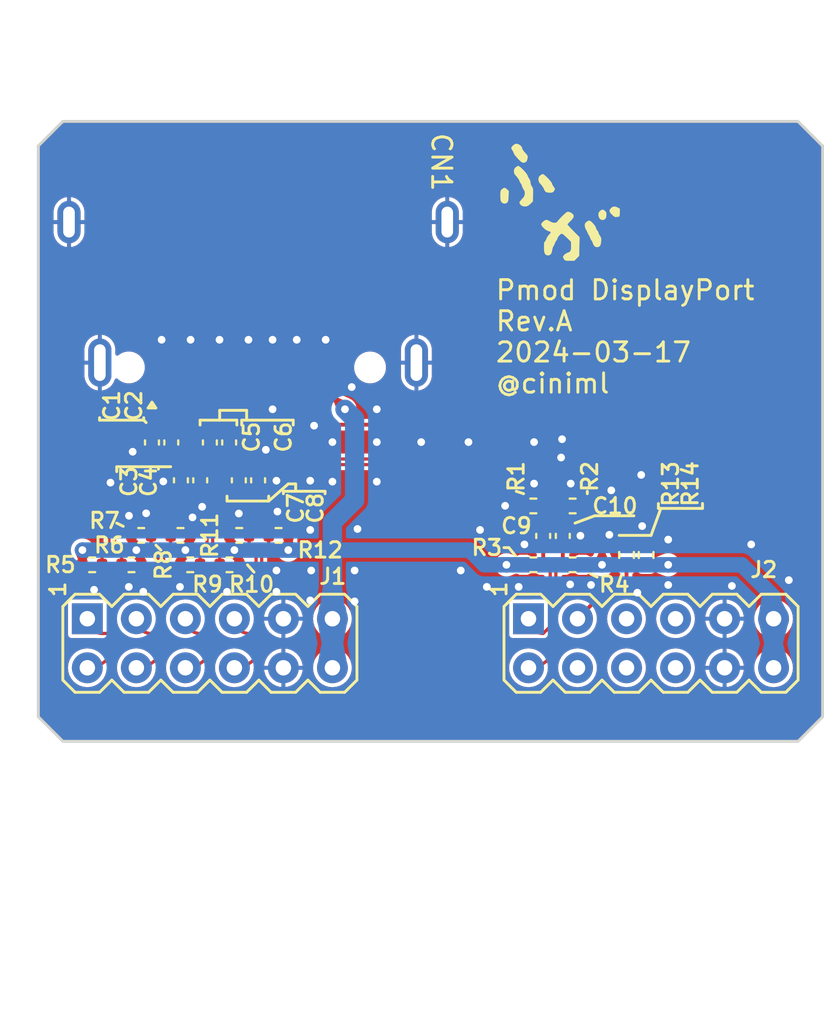
<source format=kicad_pcb>
(kicad_pcb (version 20240108) (generator "pcbnew") (generator_version "8.0")
  (layers (0 "F.Cu" signal) (31 "B.Cu" signal) (34 "B.Paste" user) (35 "F.Paste" user) (36 "B.SilkS" user "B.Silkscreen") (37 "F.SilkS" user "F.Silkscreen") (38 "B.Mask" user) (39 "F.Mask" user) (44 "Edge.Cuts" user))
  (net 0 "")
  (net 1 "GND")
  (net 2 "+3V3")
  (net 3 "/ML0_P")
  (net 4 "/PMOD_P3")
  (net 5 "/PMOD_P4")
  (net 6 "/ML0_N")
  (net 7 "/PMOD_P8")
  (net 8 "/PMOD_P9")
  (net 9 "/PMOD_P10")
  (net 10 "/ML1_P")
  (net 11 "/ML1_N")
  (net 12 "/ML2_P")
  (net 13 "/ML2_N")
  (net 14 "/ML3_P")
  (net 15 "/ML3_N")
  (net 16 "/AUX_P")
  (net 17 "/AUX_N")
  (net 18 "/HPD")
  (net 19 "/PMOD_P2_HOT_PLUG")
  (net 20 "/PMOD_L0_P")
  (net 21 "/PMOD_L0_N")
  (net 22 "/PMOD_L1_P")
  (net 23 "/PMOD_L1_N")
  (net 24 "/PMOD_L2_P")
  (net 25 "/PMOD_L2_N")
  (net 26 "/PMOD_L3_P")
  (net 27 "/PMOD_L3_N")
  (net 28 "/PMOD_AUX_CH_P")
  (net 29 "/PMOD_AUX_CH_N")
  (footprint "local:logo" (layer "F.Cu") (at 29.591 13.06)
    (property "Reference" "LOGO1" (hide yes))
    (property "Value" "Logo_Open_Hardware_Small" (hide yes))
  )
  (footprint "local:Conn_Pmod_Spec_B_Thin" (layer "F.Cu") (at 5.08 34.65 90)
    (property "Reference" "J1")
    (property "Value" "Conn_02x06_Top_Bottom")
  )
  (footprint "Capacitor_SMD:C_0402_1005Metric" (layer "F.Cu") (at 29.718 30.36 90)
    (property "Reference" "C10")
    (property "Value" "100n")
  )
  (footprint "Resistor_SMD:R_0402_1005Metric" (layer "F.Cu") (at 33.02 31.346 -90)
    (property "Reference" "R14")
    (property "Value" "10k")
  )
  (footprint "Capacitor_SMD:C_0402_1005Metric" (layer "F.Cu") (at 10.93 27.48 90)
    (property "Reference" "C4")
    (property "Value" "100n")
  )
  (footprint "Resistor_SMD:R_0402_1005Metric" (layer "F.Cu") (at 12.448 31.856 180)
    (property "Reference" "R10")
    (property "Value" "50")
  )
  (footprint "Capacitor_SMD:C_0402_1005Metric" (layer "F.Cu") (at 13.93 27.48 90)
    (property "Reference" "C8")
    (property "Value" "100n")
  )
  (footprint "Resistor_SMD:R_0402_1005Metric" (layer "F.Cu") (at 28.194 31.854)
    (property "Reference" "R3")
    (property "Value" "50")
  )
  (footprint "Resistor_SMD:R_0402_1005Metric" (layer "F.Cu") (at 12.952 30.332)
    (property "Reference" "R11")
    (property "Value" "50")
  )
  (footprint "local:Conn_Pmod_Spec_B_Thin" (layer "F.Cu") (at 27.94 34.65 90)
    (property "Reference" "J2")
    (property "Value" "Conn_02x06_Top_Bottom")
  )
  (footprint "Capacitor_SMD:C_0402_1005Metric" (layer "F.Cu") (at 9.43 25.52 90)
    (property "Reference" "C2")
    (property "Value" "100n")
  )
  (footprint "Resistor_SMD:R_0402_1005Metric" (layer "F.Cu") (at 30.228 31.856 180)
    (property "Reference" "R4")
    (property "Value" "50")
  )
  (footprint "Resistor_SMD:R_0402_1005Metric" (layer "F.Cu") (at 5.332 31.856)
    (property "Reference" "R5")
    (property "Value" "50")
  )
  (footprint "Resistor_SMD:R_0402_1005Metric" (layer "F.Cu") (at 9.908 30.332 180)
    (property "Reference" "R8")
    (property "Value" "50")
  )
  (footprint "Capacitor_SMD:C_0402_1005Metric" (layer "F.Cu") (at 12.43 25.52 90)
    (property "Reference" "C6")
    (property "Value" "100n")
  )
  (footprint "Capacitor_SMD:C_0402_1005Metric" (layer "F.Cu") (at 28.702 30.36 90)
    (property "Reference" "C9")
    (property "Value" "100n")
  )
  (footprint "Resistor_SMD:R_0402_1005Metric" (layer "F.Cu") (at 10.412 31.856)
    (property "Reference" "R9")
    (property "Value" "50")
  )
  (footprint "local:DisplayPort_DP-GD-120PWB" (layer "F.Cu") (at 13.93 21.633333 180)
    (property "Reference" "CN1")
    (property "Value" "~")
  )
  (footprint "Capacitor_SMD:C_0402_1005Metric" (layer "F.Cu") (at 11.43 25.52 90)
    (property "Reference" "C5")
    (property "Value" "100n")
  )
  (footprint "Capacitor_SMD:C_0402_1005Metric" (layer "F.Cu") (at 9.93 27.48 90)
    (property "Reference" "C3")
    (property "Value" "100n")
  )
  (footprint "Capacitor_SMD:C_0402_1005Metric" (layer "F.Cu") (at 8.43 25.52 90)
    (property "Reference" "C1")
    (property "Value" "100n")
  )
  (footprint "Resistor_SMD:R_0402_1005Metric" (layer "F.Cu") (at 34.036 31.348 90)
    (property "Reference" "R13")
    (property "Value" "100k")
  )
  (footprint "Resistor_SMD:R_0402_1005Metric" (layer "F.Cu") (at 14.988 30.332 180)
    (property "Reference" "R12")
    (property "Value" "50")
  )
  (footprint "Resistor_SMD:R_0402_1005Metric" (layer "F.Cu") (at 28.192 28.808)
    (property "Reference" "R1")
    (property "Value" "100k")
  )
  (footprint "Resistor_SMD:R_0402_1005Metric" (layer "F.Cu") (at 7.872 30.332)
    (property "Reference" "R7")
    (property "Value" "50")
  )
  (footprint "Capacitor_SMD:C_0402_1005Metric" (layer "F.Cu") (at 12.93 27.48 90)
    (property "Reference" "C7")
    (property "Value" "100n")
  )
  (footprint "Resistor_SMD:R_0402_1005Metric" (layer "F.Cu") (at 30.228 28.808 180)
    (property "Reference" "R2")
    (property "Value" "100k")
  )
  (footprint "Resistor_SMD:R_0402_1005Metric" (layer "F.Cu") (at 7.368 31.856 180)
    (property "Reference" "R6")
    (property "Value" "50")
  )
  (gr_line (start 6.604 26.776) (end 8.763 26.776) (stroke (width 0.15)) (layer "F.SilkS"))
  (gr_line (start 13.378 31.856) (end 13.716 32.237) (stroke (width 0.15)) (layer "F.SilkS"))
  (gr_line (start 11.938 23.855) (end 11.938 24.363) (stroke (width 0.15)) (layer "F.SilkS"))
  (gr_line (start 26.924 30.967) (end 27.264 31.384) (stroke (width 0.15)) (layer "F.SilkS"))
  (gr_line (start 15.748 24.617) (end 15.748 24.363) (stroke (width 0.15)) (layer "F.SilkS"))
  (gr_line (start 8.763 26.776) (end 8.763 26.903) (stroke (width 0.15)) (layer "F.SilkS"))
  (gr_line (start 31.369 29.316) (end 33.401 29.316) (stroke (width 0.15)) (layer "F.SilkS"))
  (gr_line (start 12.827 24.363) (end 12.827 24.617) (stroke (width 0.15)) (layer "F.SilkS"))
  (gr_line (start 14.478 28.554) (end 14.478 28.3) (stroke (width 0.15)) (layer "F.SilkS"))
  (gr_line (start 5.715 24.363) (end 8.001 24.363) (stroke (width 0.15)) (layer "F.SilkS"))
  (gr_line (start 34.671 28.935) (end 34.671 28.681) (stroke (width 0.15)) (layer "F.SilkS"))
  (gr_line (start 11.938 24.363) (end 10.922 24.363) (stroke (width 0.15)) (layer "F.SilkS"))
  (gr_line (start 36.83 28.935) (end 36.957 28.935) (stroke (width 0.15)) (layer "F.SilkS"))
  (gr_line (start 13.335 23.855) (end 11.938 23.855) (stroke (width 0.15)) (layer "F.SilkS"))
  (gr_line (start 13.335 24.363) (end 13.335 23.855) (stroke (width 0.15)) (layer "F.SilkS"))
  (gr_line (start 34.798 28.935) (end 36.83 28.935) (stroke (width 0.15)) (layer "F.SilkS"))
  (gr_line (start 34.29 30.332) (end 34.798 28.935) (stroke (width 0.15)) (layer "F.SilkS"))
  (gr_line (start 12.319 28.554) (end 12.319 28.3) (stroke (width 0.15)) (layer "F.SilkS"))
  (gr_line (start 6.604 29.697) (end 6.942 29.862) (stroke (width 0.15)) (layer "F.SilkS"))
  (gr_line (start 15.24 28.046) (end 17.399 28.046) (stroke (width 0.15)) (layer "F.SilkS"))
  (gr_line (start 27.305 28.046) (end 27.686 28.173) (stroke (width 0.15)) (layer "F.SilkS"))
  (gr_line (start 31.496 32.491) (end 31.158 32.326) (stroke (width 0.15)) (layer "F.SilkS"))
  (gr_line (start 8.001 24.363) (end 8.001 24.236) (stroke (width 0.15)) (layer "F.SilkS"))
  (gr_line (start 5.715 24.236) (end 5.715 24.363) (stroke (width 0.15)) (layer "F.SilkS"))
  (gr_line (start 11.938 24.363) (end 12.827 24.363) (stroke (width 0.15)) (layer "F.SilkS"))
  (gr_line (start 15.875 28.046) (end 15.875 27.665) (stroke (width 0.15)) (layer "F.SilkS"))
  (gr_line (start 15.494 27.665) (end 14.478 28.554) (stroke (width 0.15)) (layer "F.SilkS"))
  (gr_line (start 26.67 30.967) (end 26.924 30.967) (stroke (width 0.15)) (layer "F.SilkS"))
  (gr_line (start 30.353 29.697) (end 31.369 29.316) (stroke (width 0.15)) (layer "F.SilkS"))
  (gr_line (start 34.798 28.935) (end 34.671 28.935) (stroke (width 0.15)) (layer "F.SilkS"))
  (gr_line (start 30.988 28.173) (end 30.988 28.046) (stroke (width 0.15)) (layer "F.SilkS"))
  (gr_line (start 36.957 28.935) (end 36.957 28.681) (stroke (width 0.15)) (layer "F.SilkS"))
  (gr_line (start 17.399 28.046) (end 17.399 28.173) (stroke (width 0.15)) (layer "F.SilkS"))
  (gr_line (start 15.875 27.665) (end 15.494 27.665) (stroke (width 0.15)) (layer "F.SilkS"))
  (gr_line (start 8.763 26.776) (end 9.398 26.776) (stroke (width 0.15)) (layer "F.SilkS"))
  (gr_line (start 15.24 28.173) (end 15.24 28.046) (stroke (width 0.15)) (layer "F.SilkS"))
  (gr_line (start 13.081 24.363) (end 13.081 24.617) (stroke (width 0.15)) (layer "F.SilkS"))
  (gr_line (start 10.922 24.363) (end 10.922 24.617) (stroke (width 0.15)) (layer "F.SilkS"))
  (gr_line (start 8.89 31.094) (end 8.636 30.84) (stroke (width 0.15)) (layer "F.SilkS"))
  (gr_line (start 6.604 27.03) (end 6.604 26.776) (stroke (width 0.15)) (layer "F.SilkS"))
  (gr_line (start 14.478 28.554) (end 12.319 28.554) (stroke (width 0.15)) (layer "F.SilkS"))
  (gr_line (start 32.639 30.332) (end 34.29 30.332) (stroke (width 0.15)) (layer "F.SilkS"))
  (gr_line (start 8.001 24.363) (end 8.128 24.49) (stroke (width 0.15)) (layer "F.SilkS"))
  (gr_line (start 15.748 24.363) (end 13.081 24.363) (stroke (width 0.15)) (layer "F.SilkS"))
  (gr_line (start 43.18 39.73) (end 41.91 41) (stroke (width 0.15)) (layer "Edge.Cuts"))
  (gr_line (start 2.54 39.73) (end 2.54 10.16) (stroke (width 0.15)) (layer "Edge.Cuts"))
  (gr_line (start 43.18 10.16) (end 43.18 39.73) (stroke (width 0.15)) (layer "Edge.Cuts"))
  (gr_line (start 3.81 41) (end 41.91 41) (stroke (width 0.15)) (layer "Edge.Cuts"))
  (gr_line (start 3.81 41) (end 2.54 39.73) (stroke (width 0.15)) (layer "Edge.Cuts"))
  (gr_line (start 41.91 8.89) (end 43.18 10.16) (stroke (width 0.15)) (layer "Edge.Cuts"))
  (gr_line (start 2.54 10.16) (end 3.81 8.89) (stroke (width 0.15)) (layer "Edge.Cuts"))
  (gr_line (start 3.81 8.89) (end 41.91 8.89) (stroke (width 0.15)) (layer "Edge.Cuts"))
  (gr_text "Pmod DisplayPort\nRev.A\n2024-03-17\n@ciniml" (at 26.162 20.045 0) (layer "F.SilkS") (effects (font (size 1 1)) (justify left)))
  (segment (start 17.43 22) (end 17.43 20.2) (width 0.3) (layer "F.Cu") (net 1))
  (segment (start 14.93 22) (end 14.93 20.45) (width 0.3) (layer "F.Cu") (net 1))
  (segment (start 13.43 22) (end 13.43 20.2) (width 0.3) (layer "F.Cu") (net 1))
  (segment (start 14.43 22) (end 14.43 23.55) (width 0.3) (layer "F.Cu") (net 1))
  (segment (start 14.43 22) (end 14.43 20.45) (width 0.3) (layer "F.Cu") (net 1))
  (segment (start 15.93 22) (end 15.93 20.2) (width 0.3) (layer "F.Cu") (net 1))
  (segment (start 11.93 22) (end 11.93 20.2) (width 0.3) (layer "F.Cu") (net 1))
  (segment (start 14.93 20.45) (end 14.68 20.2) (width 0.3) (layer "F.Cu") (net 1))
  (segment (start 10.43 22) (end 10.43 20.2) (width 0.3) (layer "F.Cu") (net 1))
  (segment (start 8.93 22) (end 8.93 20.2) (width 0.3) (layer "F.Cu") (net 1))
  (segment (start 14.93 23.55) (end 14.68 23.8) (width 0.3) (layer "F.Cu") (net 1))
  (segment (start 14.43 20.45) (end 14.68 20.2) (width 0.3) (layer "F.Cu") (net 1))
  (segment (start 14.93 22) (end 14.93 23.55) (width 0.3) (layer "F.Cu") (net 1))
  (segment (start 14.43 23.55) (end 14.68 23.8) (width 0.3) (layer "F.Cu") (net 1))
  (via (at 33.83 29.85) (size 0.8) (drill 0.4) (layers "F.Cu" "B.Cu") (net 1))
  (via (at 29.68 25.35) (size 0.8) (drill 0.4) (layers "F.Cu" "B.Cu") (net 1))
  (via (at 20.08 27.55) (size 0.8) (drill 0.4) (layers "F.Cu" "B.Cu") (net 1))
  (via (at 25.781 32.999) (size 0.8) (drill 0.4) (layers "F.Cu" "B.Cu") (net 1))
  (via (at 12.319 33.253) (size 0.8) (drill 0.4) (layers "F.Cu" "B.Cu") (net 1))
  (via (at 32.13 30.3) (size 0.8) (drill 0.4) (layers "F.Cu" "B.Cu") (net 1))
  (via (at 17.43 20.2) (size 0.8) (drill 0.4) (layers "F.Cu" "B.Cu") (net 1))
  (via (at 28.23 25.5) (size 0.8) (drill 0.4) (layers "F.Cu" "B.Cu") (net 1))
  (via (at 35.18 32.9) (size 0.8) (drill 0.4) (layers "F.Cu" "B.Cu") (net 1))
  (via (at 29.63 26.3) (size 0.8) (drill 0.4) (layers "F.Cu" "B.Cu") (net 1))
  (via (at 18.78 22.65) (size 0.8) (drill 0.4) (layers "F.Cu" "B.Cu") (net 1))
  (via (at 11.93 20.2) (size 0.8) (drill 0.4) (layers "F.Cu" "B.Cu") (net 1))
  (via (at 14.68 23.8) (size 0.8) (drill 0.4) (layers "F.Cu" "B.Cu") (net 1))
  (via (at 11.03 28.85) (size 0.8) (drill 0.4) (layers "F.Cu" "B.Cu") (net 1))
  (via (at 16.83 24.65) (size 0.8) (drill 0.4) (layers "F.Cu" "B.Cu") (net 1))
  (via (at 24.83 25.5) (size 0.8) (drill 0.4) (layers "F.Cu" "B.Cu") (net 1))
  (via (at 16.68 32.15) (size 0.8) (drill 0.4) (layers "F.Cu" "B.Cu") (net 1))
  (via (at 7.239 29.316) (size 0.8) (drill 0.4) (layers "F.Cu" "B.Cu") (net 1))
  (via (at 10.43 20.2) (size 0.8) (drill 0.4) (layers "F.Cu" "B.Cu") (net 1))
  (via (at 9.017 27.538) (size 0.8) (drill 0.4) (layers "F.Cu" "B.Cu") (net 1))
  (via (at 25.43 30.05) (size 0.8) (drill 0.4) (layers "F.Cu" "B.Cu") (net 1))
  (via (at 14.88 33.25) (size 0.8) (drill 0.4) (layers "F.Cu" "B.Cu") (net 1))
  (via (at 27.432 32.999) (size 0.8) (drill 0.4) (layers "F.Cu" "B.Cu") (net 1))
  (via (at 33.58 33.3) (size 0.8) (drill 0.4) (layers "F.Cu" "B.Cu") (net 1))
  (via (at 14.33 25.9) (size 0.8) (drill 0.4) (layers "F.Cu" "B.Cu") (net 1))
  (via (at 28.23 27.65) (size 0.8) (drill 0.4) (layers "F.Cu" "B.Cu") (net 1))
  (via (at 24.43 32.15) (size 0.8) (drill 0.4) (layers "F.Cu" "B.Cu") (net 1))
  (via (at 7.43 26) (size 0.8) (drill 0.4) (layers "F.Cu" "B.Cu") (net 1))
  (via (at 7.98 33.25) (size 0.8) (drill 0.4) (layers "F.Cu" "B.Cu") (net 1))
  (via (at 10.53 29.4) (size 0.8) (drill 0.4) (layers "F.Cu" "B.Cu") (net 1))
  (via (at 38.48 32.95) (size 0.8) (drill 0.4) (layers "F.Cu" "B.Cu") (net 1))
  (via (at 16.63 27.5) (size 0.8) (drill 0.4) (layers "F.Cu" "B.Cu") (net 1))
  (via (at 16.63 33.7) (size 0.8) (drill 0.4) (layers "F.Cu" "B.Cu") (net 1))
  (via (at 31.18 32.9) (size 0.8) (drill 0.4) (layers "F.Cu" "B.Cu") (net 1))
  (via (at 35.18 30.55) (size 0.8) (drill 0.4) (layers "F.Cu" "B.Cu") (net 1))
  (via (at 30.099 32.872) (size 0.8) (drill 0.4) (layers "F.Cu" "B.Cu") (net 1))
  (via (at 9.88 33) (size 0.8) (drill 0.4) (layers "F.Cu" "B.Cu") (net 1))
  (via (at 39.48 30.8) (size 0.8) (drill 0.4) (layers "F.Cu" "B.Cu") (net 1))
  (via (at 18.93 33.75) (size 0.8) (drill 0.4) (layers "F.Cu" "B.Cu") (net 1))
  (via (at 30.63 30.35) (size 0.8) (drill 0.4) (layers "F.Cu" "B.Cu") (net 1))
  (via (at 5.43 33.15) (size 0.8) (drill 0.4) (layers "F.Cu" "B.Cu") (net 1))
  (via (at 41.43 32.65) (size 0.8) (drill 0.4) (layers "F.Cu" "B.Cu") (net 1))
  (via (at 26.73 28.8) (size 0.8) (drill 0.4) (layers "F.Cu" "B.Cu") (net 1))
  (via (at 18.93 32.15) (size 0.8) (drill 0.4) (layers "F.Cu" "B.Cu") (net 1))
  (via (at 30.13 27.65) (size 0.8) (drill 0.4) (layers "F.Cu" "B.Cu") (net 1))
  (via (at 14.88 32.15) (size 0.8) (drill 0.4) (layers "F.Cu" "B.Cu") (net 1))
  (via (at 19.08 30) (size 0.8) (drill 0.4) (layers "F.Cu" "B.Cu") (net 1))
  (via (at 20.08 23.8) (size 0.8) (drill 0.4) (layers "F.Cu" "B.Cu") (net 1))
  (via (at 7.23 33) (size 0.8) (drill 0.4) (layers "F.Cu" "B.Cu") (net 1))
  (via (at 22.38 25.5) (size 0.8) (drill 0.4) (layers "F.Cu" "B.Cu") (net 1))
  (via (at 8.128 29.189) (size 0.8) (drill 0.4) (layers "F.Cu" "B.Cu") (net 1))
  (via (at 17.78 25.5) (size 0.8) (drill 0.4) (layers "F.Cu" "B.Cu") (net 1))
  (via (at 15.93 20.2) (size 0.8) (drill 0.4) (layers "F.Cu" "B.Cu") (net 1))
  (via (at 32.23 28) (size 0.8) (drill 0.4) (layers "F.Cu" "B.Cu") (net 1))
  (via (at 16.63 30.05) (size 0.8) (drill 0.4) (layers "F.Cu" "B.Cu") (net 1))
  (via (at 27.73 30.8) (size 0.8) (drill 0.4) (layers "F.Cu" "B.Cu") (net 1))
  (via (at 6.28 27.6) (size 0.8) (drill 0.4) (layers "F.Cu" "B.Cu") (net 1))
  (via (at 14.88 27.5) (size 0.8) (drill 0.4) (layers "F.Cu" "B.Cu") (net 1))
  (via (at 14.68 20.2) (size 0.8) (drill 0.4) (layers "F.Cu" "B.Cu") (net 1))
  (via (at 20.08 25.5) (size 0.8) (drill 0.4) (layers "F.Cu" "B.Cu") (net 1))
  (via (at 13.43 20.2) (size 0.8) (drill 0.4) (layers "F.Cu" "B.Cu") (net 1))
  (via (at 17.78 27.55) (size 0.8) (drill 0.4) (layers "F.Cu" "B.Cu") (net 1))
  (via (at 8.93 20.2) (size 0.8) (drill 0.4) (layers "F.Cu" "B.Cu") (net 1))
  (via (at 33.78 27.2) (size 0.8) (drill 0.4) (layers "F.Cu" "B.Cu") (net 1))
  (via (at 14.93 29.1) (size 0.8) (drill 0.4) (layers "F.Cu" "B.Cu") (net 1))
  (via (at 12.93 29.2) (size 0.8) (drill 0.4) (layers "F.Cu" "B.Cu") (net 1))
  (segment (start 7.878 31.856) (end 7.878 31.352) (width 0.2) (layer "F.Cu") (net 2))
  (segment (start 17.93 23.3) (end 18.43 23.8) (width 0.3) (layer "F.Cu") (net 2))
  (segment (start 31.188 28.808) (end 31.38 29) (width 0.2) (layer "F.Cu") (net 2))
  (segment (start 4.822 31.098) (end 4.826 31.094) (width 0.2) (layer "F.Cu") (net 2))
  (segment (start 12.442 30.332) (end 12.442 30.836) (width 0.2) (layer "F.Cu") (net 2))
  (segment (start 10.418 30.332) (end 10.418 30.836) (width 0.2) (layer "F.Cu") (net 2))
  (segment (start 12.958 31.352) (end 12.7 31.094) (width 0.2) (layer "F.Cu") (net 2))
  (segment (start 9.902 31.856) (end 9.902 31.352) (width 0.2) (layer "F.Cu") (net 2))
  (segment (start 15.498 31.09) (end 15.494 31.094) (width 0.2) (layer "F.Cu") (net 2))
  (segment (start 30.738 31.856) (end 31.75 31.856) (width 0.2) (layer "F.Cu") (net 2))
  (segment (start 4.822 31.856) (end 4.822 31.098) (width 0.2) (layer "F.Cu") (net 2))
  (segment (start 9.902 31.352) (end 10.16 31.094) (width 0.2) (layer "F.Cu") (net 2))
  (segment (start 30.738 28.808) (end 31.188 28.808) (width 0.2) (layer "F.Cu") (net 2))
  (segment (start 26.799 31.854) (end 26.797 31.856) (width 0.2) (layer "F.Cu") (net 2))
  (segment (start 17.93 22) (end 17.93 23.3) (width 0.3) (layer "F.Cu") (net 2))
  (segment (start 35.177 31.858) (end 35.179 31.856) (width 0.2) (layer "F.Cu") (net 2))
  (segment (start 34.036 31.858) (end 35.177 31.858) (width 0.2) (layer "F.Cu") (net 2))
  (segment (start 27.684 31.854) (end 26.799 31.854) (width 0.2) (layer "F.Cu") (net 2))
  (segment (start 12.958 31.856) (end 12.958 31.352) (width 0.2) (layer "F.Cu") (net 2))
  (segment (start 7.362 30.836) (end 7.62 31.094) (width 0.2) (layer "F.Cu") (net 2))
  (segment (start 31.38 29) (end 31.38 30.65) (width 0.2) (layer "F.Cu") (net 2))
  (segment (start 31.38 30.65) (end 31.75 31.02) (width 0.2) (layer "F.Cu") (net 2))
  (segment (start 7.878 31.352) (end 7.62 31.094) (width 0.2) (layer "F.Cu") (net 2))
  (segment (start 15.498 30.332) (end 15.498 31.09) (width 0.2) (layer "F.Cu") (net 2))
  (segment (start 10.418 30.836) (end 10.16 31.094) (width 0.2) (layer "F.Cu") (net 2))
  (segment (start 7.362 30.332) (end 7.362 30.836) (width 0.2) (layer "F.Cu") (net 2))
  (segment (start 31.75 31.02) (end 31.75 31.856) (width 0.2) (layer "F.Cu") (net 2))
  (segment (start 12.442 30.836) (end 12.7 31.094) (width 0.2) (layer "F.Cu") (net 2))
  (via (at 7.62 31.094) (size 0.8) (drill 0.4) (layers "F.Cu" "B.Cu") (net 2))
  (via (at 10.16 31.094) (size 0.8) (drill 0.4) (layers "F.Cu" "B.Cu") (net 2))
  (via (at 4.826 31.094) (size 0.8) (drill 0.4) (layers "F.Cu" "B.Cu") (net 2))
  (via (at 18.43 23.8) (size 0.8) (drill 0.4) (layers "F.Cu" "B.Cu") (net 2))
  (via (at 12.7 31.094) (size 0.8) (drill 0.4) (layers "F.Cu" "B.Cu") (net 2))
  (via (at 31.75 31.856) (size 0.8) (drill 0.4) (layers "F.Cu" "B.Cu") (net 2))
  (via (at 15.494 31.094) (size 0.8) (drill 0.4) (layers "F.Cu" "B.Cu") (net 2))
  (via (at 26.797 31.856) (size 0.8) (drill 0.4) (layers "F.Cu" "B.Cu") (net 2))
  (via (at 35.179 31.856) (size 0.8) (drill 0.4) (layers "F.Cu" "B.Cu") (net 2))
  (segment (start 40.64 34.65) (end 40.64 37.19) (width 0.8) (layer "B.Cu") (net 2))
  (segment (start 24.892 31.094) (end 25.654 31.856) (width 0.8) (layer "B.Cu") (net 2))
  (segment (start 18.93 28.5) (end 17.78 29.65) (width 1) (layer "B.Cu") (net 2))
  (segment (start 10.16 31.094) (end 7.62 31.094) (width 0.8) (layer "B.Cu") (net 2))
  (segment (start 25.654 31.856) (end 26.797 31.856) (width 0.8) (layer "B.Cu") (net 2))
  (segment (start 18.93 31.094) (end 24.892 31.094) (width 0.8) (layer "B.Cu") (net 2))
  (segment (start 17.78 31.094) (end 15.494 31.094) (width 0.8) (layer "B.Cu") (net 2))
  (segment (start 26.797 31.856) (end 31.75 31.856) (width 0.8) (layer "B.Cu") (net 2))
  (segment (start 7.62 31.094) (end 4.826 31.094) (width 0.8) (layer "B.Cu") (net 2))
  (segment (start 17.78 31.094) (end 18.93 31.094) (width 0.8) (layer "B.Cu") (net 2))
  (segment (start 38.989 31.856) (end 40.64 33.507) (width 0.8) (layer "B.Cu") (net 2))
  (segment (start 17.78 34.65) (end 17.78 37.19) (width 1) (layer "B.Cu") (net 2))
  (segment (start 18.43 23.8) (end 18.93 24.3) (width 1) (layer "B.Cu") (net 2))
  (segment (start 15.494 31.094) (end 12.7 31.094) (width 0.8) (layer "B.Cu") (net 2))
  (segment (start 18.93 24.3) (end 18.93 28.5) (width 1) (layer "B.Cu") (net 2))
  (segment (start 40.64 33.507) (end 40.64 34.65) (width 0.8) (layer "B.Cu") (net 2))
  (segment (start 17.78 31.094) (end 17.78 34.65) (width 1) (layer "B.Cu") (net 2))
  (segment (start 17.78 29.65) (end 17.78 31.094) (width 1) (layer "B.Cu") (net 2))
  (segment (start 12.7 31.094) (end 10.16 31.094) (width 0.8) (layer "B.Cu") (net 2))
  (segment (start 35.179 31.856) (end 38.989 31.856) (width 0.8) (layer "B.Cu") (net 2))
  (segment (start 31.75 31.856) (end 35.179 31.856) (width 0.8) (layer "B.Cu") (net 2))
  (segment (start 8.78345 24.003451) (end 8.78345 24.221549) (width 0.1661) (layer "F.Cu") (net 3))
  (segment (start 8.43 22) (end 8.43 23.650001) (width 0.1661) (layer "F.Cu") (net 3))
  (segment (start 8.43 24.574999) (end 8.43 25.04) (width 0.1661) (layer "F.Cu") (net 3))
  (segment (start 8.78345 24.221549) (end 8.43 24.574999) (width 0.1661) (layer "F.Cu") (net 3))
  (segment (start 8.43 23.650001) (end 8.78345 24.003451) (width 0.1661) (layer "F.Cu") (net 3))
  (segment (start 9.43 23.650001) (end 9.07655 24.003451) (width 0.1661) (layer "F.Cu") (net 6))
  (segment (start 9.43 22) (end 9.43 23.650001) (width 0.1661) (layer "F.Cu") (net 6))
  (segment (start 9.07655 24.003451) (end 9.07655 24.221549) (width 0.1661) (layer "F.Cu") (net 6))
  (segment (start 9.43 24.574999) (end 9.43 25.04) (width 0.1661) (layer "F.Cu") (net 6))
  (segment (start 9.07655 24.221549) (end 9.43 24.574999) (width 0.1661) (layer "F.Cu") (net 6))
  (segment (start 9.93 26.534999) (end 9.93 27) (width 0.1661) (layer "F.Cu") (net 10))
  (segment (start 10.28345 24.003451) (end 10.28345 26.181549) (width 0.1661) (layer "F.Cu") (net 10))
  (segment (start 10.28345 26.181549) (end 9.93 26.534999) (width 0.1661) (layer "F.Cu") (net 10))
  (segment (start 9.93 23.650001) (end 10.28345 24.003451) (width 0.1661) (layer "F.Cu") (net 10))
  (segment (start 9.93 22) (end 9.93 23.650001) (width 0.1661) (layer "F.Cu") (net 10))
  (segment (start 10.57655 26.181549) (end 10.93 26.534999) (width 0.1661) (layer "F.Cu") (net 11))
  (segment (start 10.93 26.534999) (end 10.93 27) (width 0.1661) (layer "F.Cu") (net 11))
  (segment (start 10.57655 24.003451) (end 10.57655 26.181549) (width 0.1661) (layer "F.Cu") (net 11))
  (segment (start 10.93 22) (end 10.93 23.650001) (width 0.1661) (layer "F.Cu") (net 11))
  (segment (start 10.93 23.650001) (end 10.57655 24.003451) (width 0.1661) (layer "F.Cu") (net 11))
  (segment (start 11.43 22) (end 11.43 23.650001) (width 0.1661) (layer "F.Cu") (net 12))
  (segment (start 11.78345 24.003451) (end 11.78345 24.221549) (width 0.1661) (layer "F.Cu") (net 12))
  (segment (start 11.78345 24.221549) (end 11.43 24.574999) (width 0.1661) (layer "F.Cu") (net 12))
  (segment (start 11.43 23.650001) (end 11.78345 24.003451) (width 0.1661) (layer "F.Cu") (net 12))
  (segment (start 11.43 24.574999) (end 11.43 25.04) (width 0.1661) (layer "F.Cu") (net 12))
  (segment (start 12.07655 24.003451) (end 12.07655 24.221549) (width 0.1661) (layer "F.Cu") (net 13))
  (segment (start 12.43 23.650001) (end 12.07655 24.003451) (width 0.1661) (layer "F.Cu") (net 13))
  (segment (start 12.43 22) (end 12.43 23.650001) (width 0.1661) (layer "F.Cu") (net 13))
  (segment (start 12.43 24.574999) (end 12.43 25.04) (width 0.1661) (layer "F.Cu") (net 13))
  (segment (start 12.07655 24.221549) (end 12.43 24.574999) (width 0.1661) (layer "F.Cu") (net 13))
  (segment (start 13.28345 26.181549) (end 12.93 26.534999) (width 0.1661) (layer "F.Cu") (net 14))
  (segment (start 12.93 22) (end 12.93 23.650001) (width 0.1661) (layer "F.Cu") (net 14))
  (segment (start 13.28345 24.003451) (end 13.28345 26.181549) (width 0.1661) (layer "F.Cu") (net 14))
  (segment (start 12.93 23.650001) (end 13.28345 24.003451) (width 0.1661) (layer "F.Cu") (net 14))
  (segment (start 12.93 26.534999) (end 12.93 27) (width 0.1661) (layer "F.Cu") (net 14))
  (segment (start 13.93 23.650001) (end 13.57655 24.003451) (width 0.1661) (layer "F.Cu") (net 15))
  (segment (start 13.93 26.534999) (end 13.93 27) (width 0.1661) (layer "F.Cu") (net 15))
  (segment (start 13.93 22) (end 13.93 23.650001) (width 0.1661) (layer "F.Cu") (net 15))
  (segment (start 13.57655 26.181549) (end 13.93 26.534999) (width 0.1661) (layer "F.Cu") (net 15))
  (segment (start 13.57655 24.003451) (end 13.57655 26.181549) (width 0.1661) (layer "F.Cu") (net 15))
  (segment (start 15.78345 25.621704) (end 16.830296 26.66855) (width 0.1661) (layer "F.Cu") (net 16))
  (segment (start 16.830296 26.66855) (end 28.387296 26.66855) (width 0.1661) (layer "F.Cu") (net 16))
  (segment (start 29.06345 27.344704) (end 29.06345 27.966549) (width 0.1661) (layer "F.Cu") (net 16))
  (segment (start 15.43 22) (end 15.43 23.650001) (width 0.1661) (layer "F.Cu") (net 16))
  (segment (start 28.702 28.327999) (end 28.702 28.808) (width 0.1661) (layer "F.Cu") (net 16))
  (segment (start 28.387296 26.66855) (end 29.06345 27.344704) (width 0.1661) (layer "F.Cu") (net 16))
  (segment (start 29.06345 27.966549) (end 28.702 28.327999) (width 0.1661) (layer "F.Cu") (net 16))
  (segment (start 15.43 23.650001) (end 15.78345 24.003451) (width 0.1661) (layer "F.Cu") (net 16))
  (segment (start 28.702 28.808) (end 28.702 29.88) (width 0.2) (layer "F.Cu") (net 16))
  (segment (start 15.78345 24.003451) (end 15.78345 25.621704) (width 0.1661) (layer "F.Cu") (net 16))
  (segment (start 16.07655 25.500296) (end 16.951704 26.37545) (width 0.1661) (layer "F.Cu") (net 17))
  (segment (start 29.718 29.88) (end 29.718 28.808) (width 0.2) (layer "F.Cu") (net 17))
  (segment (start 16.07655 24.003451) (end 16.07655 25.500296) (width 0.1661) (layer "F.Cu") (net 17))
  (segment (start 28.508704 26.37545) (end 29.35655 27.223296) (width 0.1661) (layer "F.Cu") (net 17))
  (segment (start 16.43 23.650001) (end 16.07655 24.003451) (width 0.1661) (layer "F.Cu") (net 17))
  (segment (start 29.718 28.327999) (end 29.718 28.808) (width 0.1661) (layer "F.Cu") (net 17))
  (segment (start 16.951704 26.37545) (end 28.508704 26.37545) (width 0.1661) (layer "F.Cu") (net 17))
  (segment (start 16.43 22) (end 16.43 23.650001) (width 0.1661) (layer "F.Cu") (net 17))
  (segment (start 29.35655 27.966549) (end 29.718 28.327999) (width 0.1661) (layer "F.Cu") (net 17))
  (segment (start 29.35655 27.223296) (end 29.35655 27.966549) (width 0.1661) (layer "F.Cu") (net 17))
  (segment (start 17.83 24.6) (end 16.93 23.7) (width 0.2) (layer "F.Cu") (net 18))
  (segment (start 33.02 30.836) (end 33.02 27.59) (width 0.2) (layer "F.Cu") (net 18))
  (segment (start 34.036 30.838) (end 33.022 30.838) (width 0.2) (layer "F.Cu") (net 18))
  (segment (start 16.93 23.7) (end 16.93 22) (width 0.2) (layer "F.Cu") (net 18))
  (segment (start 30.03 24.6) (end 17.83 24.6) (width 0.2) (layer "F.Cu") (net 18))
  (segment (start 33.02 27.59) (end 30.03 24.6) (width 0.2) (layer "F.Cu") (net 18))
  (segment (start 33.022 30.838) (end 33.02 30.836) (width 0.2) (layer "F.Cu") (net 18))
  (segment (start 32.512 33.253) (end 33.02 32.745) (width 0.2) (layer "F.Cu") (net 19))
  (segment (start 33.02 32.745) (end 33.02 31.856) (width 0.2) (layer "F.Cu") (net 19))
  (segment (start 30.48 34.65) (end 31.877 33.253) (width 0.2) (layer "F.Cu") (net 19))
  (segment (start 31.877 33.253) (end 32.512 33.253) (width 0.2) (layer "F.Cu") (net 19))
  (segment (start 6.20345 32.697451) (end 6.20345 35.30455) (width 0.1661) (layer "F.Cu") (net 20))
  (segment (start 7.231247 27.784247) (end 6.20345 28.812044) (width 0.1661) (layer "F.Cu") (net 20))
  (segment (start 8.43 26.585494) (end 7.802747 27.212747) (width 0.1661) (layer "F.Cu") (net 20))
  (segment (start 8.43 26) (end 8.43 26.585494) (width 0.1661) (layer "F.Cu") (net 20))
  (segment (start 6.20345 31.014549) (end 5.842 31.375999) (width 0.1661) (layer "F.Cu") (net 20))
  (segment (start 5.842 31.375999) (end 5.842 31.856) (width 0.1661) (layer "F.Cu") (net 20))
  (segment (start 5.842 32.336001) (end 6.20345 32.697451) (width 0.1661) (layer "F.Cu") (net 20))
  (segment (start 6.20345 35.30455) (end 6.096 35.412) (width 0.1661) (layer "F.Cu") (net 20))
  (segment (start 7.285003 27.73049) (end 7.231247 27.784247) (width 0.1661) (layer "F.Cu") (net 20))
  (segment (start 6.096 35.412) (end 5.842 35.412) (width 0.1661) (layer "F.Cu") (net 20))
  (segment (start 6.923352 27.058193) (end 7.336776 27.471617) (width 0.1661) (layer "F.Cu") (net 20))
  (segment (start 7.595649 27.212747) (end 7.182224 26.799322) (width 0.1661) (layer "F.Cu") (net 20))
  (segment (start 7.336776 27.678714) (end 7.285003 27.73049) (width 0.1661) (layer "F.Cu") (net 20))
  (segment (start 6.20345 28.812044) (end 6.20345 31.014549) (width 0.1661) (layer "F.Cu") (net 20))
  (segment (start 6.975127 26.799322) (end 6.923352 26.851096) (width 0.1661) (layer "F.Cu") (net 20))
  (segment (start 5.842 31.856) (end 5.842 32.336001) (width 0.1661) (layer "F.Cu") (net 20))
  (segment (start 5.08 34.65) (end 5.08 34.777) (width 0.2) (layer "F.Cu") (net 20))
  (arc (start 7.182224 26.799322) (mid 7.078676 26.75643) (end 6.975127 26.799322) (width 0.1661) (layer "F.Cu") (net 20))
  (arc (start 7.336776 27.471617) (mid 7.379667 27.575166) (end 7.336776 27.678714) (width 0.1661) (layer "F.Cu") (net 20))
  (arc (start 7.802747 27.212747) (mid 7.699198 27.255638) (end 7.595649 27.212747) (width 0.1661) (layer "F.Cu") (net 20))
  (arc (start 6.923352 26.851096) (mid 6.880461 26.954644) (end 6.923352 27.058193) (width 0.1661) (layer "F.Cu") (net 20))
  (arc (start 5.842 35.412) (mid 5.303185 35.188815) (end 5.08 34.65) (width 0.1661) (layer "F.Cu") (net 20))
  (segment (start 5.08 37.19) (end 5.334 37.19) (width 0.2) (layer "F.Cu") (net 21))
  (segment (start 6.858 31.375999) (end 6.49655 31.014549) (width 0.1661) (layer "F.Cu") (net 21))
  (segment (start 6.858 31.856) (end 6.858 31.375999) (width 0.1661) (layer "F.Cu") (net 21))
  (segment (start 6.49655 28.93345) (end 9.43 26) (width 0.1661) (layer "F.Cu") (net 21))
  (segment (start 6.858 31.856) (end 6.858 32.336001) (width 0.1661) (layer "F.Cu") (net 21))
  (segment (start 6.49655 31.014549) (end 6.49655 28.93345) (width 0.1661) (layer "F.Cu") (net 21))
  (segment (start 6.858 32.336001) (end 6.49655 32.697451) (width 0.1661) (layer "F.Cu") (net 21))
  (segment (start 6.49655 32.697451) (end 6.49655 35.77345) (width 0.1661) (layer "F.Cu") (net 21))
  (arc (start 6.49655 35.77345) (mid 6.081652 36.775102) (end 5.08 37.19) (width 0.1661) (layer "F.Cu") (net 21))
  (segment (start 9.367055 28.814213) (end 9.410621 28.857779) (width 0.1661) (layer "F.Cu") (net 22))
  (segment (start 8.74345 29.92055) (end 8.74345 29.732044) (width 0.1661) (layer "F.Cu") (net 22))
  (segment (start 9.669492 28.806003) (end 9.913747 28.561747) (width 0.1661) (layer "F.Cu") (net 22))
  (segment (start 9.617719 28.857778) (end 9.669492 28.806003) (width 0.1661) (layer "F.Cu") (net 22))
  (segment (start 8.382 30.332) (end 8.382 30.812001) (width 0.1661) (layer "F.Cu") (net 22))
  (segment (start 8.382 30.812001) (end 8.74345 31.173451) (width 0.1661) (layer "F.Cu") (net 22))
  (segment (start 8.382 30.282) (end 8.74345 29.92055) (width 0.1661) (layer "F.Cu") (net 22))
  (segment (start 8.74345 31.173451) (end 8.74345 35.30455) (width 0.1661) (layer "F.Cu") (net 22))
  (segment (start 9.913747 28.561747) (end 9.93 28.545494) (width 0.1661) (layer "F.Cu") (net 22))
  (segment (start 8.382 30.332) (end 8.382 30.282) (width 0.1661) (layer "F.Cu") (net 22))
  (segment (start 8.382 35.412) (end 8.636 35.412) (width 0.1661) (layer "F.Cu") (net 22))
  (segment (start 8.74345 29.732044) (end 9.151747 29.323747) (width 0.1661) (layer "F.Cu") (net 22))
  (segment (start 9.151748 29.116649) (end 9.108183 29.073084) (width 0.1661) (layer "F.Cu") (net 22))
  (segment (start 9.108182 28.865988) (end 9.159959 28.814212) (width 0.1661) (layer "F.Cu") (net 22))
  (segment (start 9.93 28.545494) (end 9.93 27.96) (width 0.1661) (layer "F.Cu") (net 22))
  (segment (start 8.74345 35.30455) (end 8.636 35.412) (width 0.1661) (layer "F.Cu") (net 22))
  (arc (start 9.108183 29.073084) (mid 9.065292 28.969535) (end 9.108182 28.865988) (width 0.1661) (layer "F.Cu") (net 22))
  (arc (start 8.382 35.412) (mid 7.843185 35.188815) (end 7.62 34.65) (width 0.1661) (layer "F.Cu") (net 22))
  (arc (start 9.410621 28.857779) (mid 9.514169 28.900671) (end 9.617719 28.857778) (width 0.1661) (layer "F.Cu") (net 22))
  (arc (start 9.159959 28.814212) (mid 9.263508 28.771321) (end 9.367055 28.814213) (width 0.1661) (layer "F.Cu") (net 22))
  (arc (start 9.151747 29.323747) (mid 9.194639 29.220198) (end 9.151748 29.116649) (width 0.1661) (layer "F.Cu") (net 22))
  (segment (start 9.398 30.332) (end 9.398 30.282) (width 0.1661) (layer "F.Cu") (net 23))
  (segment (start 9.398 30.812001) (end 9.398 30.332) (width 0.1661) (layer "F.Cu") (net 23))
  (segment (start 9.03655 31.173451) (end 9.398 30.812001) (width 0.1661) (layer "F.Cu") (net 23))
  (segment (start 9.398 30.282) (end 9.03655 29.92055) (width 0.1661) (layer "F.Cu") (net 23))
  (segment (start 9.03655 29.92055) (end 9.03655 29.85345) (width 0.1661) (layer "F.Cu") (net 23))
  (segment (start 9.03655 35.77345) (end 9.03655 31.173451) (width 0.1661) (layer "F.Cu") (net 23))
  (segment (start 9.03655 29.85345) (end 10.93 27.96) (width 0.1661) (layer "F.Cu") (net 23))
  (arc (start 7.62 37.19) (mid 8.621652 36.775102) (end 9.03655 35.77345) (width 0.1661) (layer "F.Cu") (net 23))
  (segment (start 11.78345 29.263296) (end 11.78345 26.818451) (width 0.1661) (layer "F.Cu") (net 24))
  (segment (start 11.28345 33.7312) (end 11.28345 35.30455) (width 0.1661) (layer "F.Cu") (net 24))
  (segment (start 10.922 31.856) (end 10.922 32.336001) (width 0.1661) (layer "F.Cu") (net 24))
  (segment (start 11.28345 32.697451) (end 11.28345 32.999) (width 0.1661) (layer "F.Cu") (net 24))
  (segment (start 11.78345 26.818451) (end 11.43 26.465001) (width 0.1661) (layer "F.Cu") (net 24))
  (segment (start 10.742149 33.51154) (end 11.13701 33.51154) (width 0.1661) (layer "F.Cu") (net 24))
  (segment (start 10.922 31.375999) (end 11.28345 31.014549) (width 0.1661) (layer "F.Cu") (net 24))
  (segment (start 10.922 31.856) (end 10.922 31.375999) (width 0.1661) (layer "F.Cu") (net 24))
  (segment (start 11.28345 31.014549) (end 11.28345 29.763296) (width 0.1661) (layer "F.Cu") (net 24))
  (segment (start 11.43 26.465001) (end 11.43 26) (width 0.1661) (layer "F.Cu") (net 24))
  (segment (start 11.28345 29.763296) (end 11.78345 29.263296) (width 0.1661) (layer "F.Cu") (net 24))
  (segment (start 10.595709 33.29188) (end 10.595709 33.3651) (width 0.1661) (layer "F.Cu") (net 24))
  (segment (start 10.922 32.336001) (end 11.28345 32.697451) (width 0.1661) (layer "F.Cu") (net 24))
  (segment (start 11.13701 33.14544) (end 10.742149 33.14544) (width 0.1661) (layer "F.Cu") (net 24))
  (segment (start 11.28345 33.65798) (end 11.28345 33.7312) (width 0.1661) (layer "F.Cu") (net 24))
  (segment (start 11.28345 35.30455) (end 11.176 35.412) (width 0.1661) (layer "F.Cu") (net 24))
  (segment (start 11.176 35.412) (end 10.922 35.412) (width 0.1661) (layer "F.Cu") (net 24))
  (arc (start 11.13701 33.51154) (mid 11.240559 33.554431) (end 11.28345 33.65798) (width 0.1661) (layer "F.Cu") (net 24))
  (arc (start 10.922 35.412) (mid 10.383185 35.188815) (end 10.16 34.65) (width 0.1661) (layer "F.Cu") (net 24))
  (arc (start 10.742149 33.14544) (mid 10.6386 33.188331) (end 10.595709 33.29188) (width 0.1661) (layer "F.Cu") (net 24))
  (arc (start 10.595709 33.3651) (mid 10.6386 33.468649) (end 10.742149 33.51154) (width 0.1661) (layer "F.Cu") (net 24))
  (arc (start 11.28345 32.999) (mid 11.240559 33.102549) (end 11.13701 33.14544) (width 0.1661) (layer "F.Cu") (net 24))
  (segment (start 12.07655 26.818451) (end 12.43 26.465001) (width 0.1661) (layer "F.Cu") (net 25))
  (segment (start 11.938 32.336001) (end 11.938 31.856) (width 0.1661) (layer "F.Cu") (net 25))
  (segment (start 11.57655 35.77345) (end 11.57655 32.697451) (width 0.1661) (layer "F.Cu") (net 25))
  (segment (start 11.57655 31.014549) (end 11.57655 29.884704) (width 0.1661) (layer "F.Cu") (net 25))
  (segment (start 11.938 31.856) (end 11.938 31.375999) (width 0.1661) (layer "F.Cu") (net 25))
  (segment (start 11.938 31.375999) (end 11.57655 31.014549) (width 0.1661) (layer "F.Cu") (net 25))
  (segment (start 11.57655 32.697451) (end 11.938 32.336001) (width 0.1661) (layer "F.Cu") (net 25))
  (segment (start 11.57655 29.884704) (end 12.07655 29.384704) (width 0.1661) (layer "F.Cu") (net 25))
  (segment (start 12.43 26.465001) (end 12.43 26) (width 0.1661) (layer "F.Cu") (net 25))
  (segment (start 12.07655 29.384704) (end 12.07655 26.818451) (width 0.1661) (layer "F.Cu") (net 25))
  (arc (start 10.16 37.19) (mid 11.161652 36.775102) (end 11.57655 35.77345) (width 0.1661) (layer "F.Cu") (net 25))
  (segment (start 13.462 29.851999) (end 13.82345 29.490549) (width 0.1661) (layer "F.Cu") (net 26))
  (segment (start 13.82345 32.491) (end 13.82345 31.173451) (width 0.1661) (layer "F.Cu") (net 26))
  (segment (start 13.82345 32.72102) (end 13.82345 32.6478) (width 0.1661) (layer "F.Cu") (net 26))
  (segment (start 13.82345 32.6478) (end 13.82345 32.491) (width 0.1661) (layer "F.Cu") (net 26))
  (segment (start 13.462 35.412) (end 13.716 35.412) (width 0.1661) (layer "F.Cu") (net 26))
  (segment (start 13.67701 33.23356) (end 13.16989 33.23356) (width 0.1661) (layer "F.Cu") (net 26))
  (segment (start 13.716 35.412) (end 13.82345 35.30455) (width 0.1661) (layer "F.Cu") (net 26))
  (segment (start 13.82345 28.85345) (end 12.93 27.96) (width 0.1661) (layer "F.Cu") (net 26))
  (segment (start 13.16989 32.86746) (end 13.67701 32.86746) (width 0.1661) (layer "F.Cu") (net 26))
  (segment (start 13.02345 33.08712) (end 13.02345 33.0139) (width 0.1661) (layer "F.Cu") (net 26))
  (segment (start 13.82345 31.173451) (end 13.462 30.812001) (width 0.1661) (layer "F.Cu") (net 26))
  (segment (start 13.462 30.812001) (end 13.462 30.332) (width 0.1661) (layer "F.Cu") (net 26))
  (segment (start 13.462 30.332) (end 13.462 29.851999) (width 0.1661) (layer "F.Cu") (net 26))
  (segment (start 13.82345 29.490549) (end 13.82345 28.85345) (width 0.1661) (layer "F.Cu") (net 26))
  (segment (start 13.82345 35.30455) (end 13.82345 33.38) (width 0.1661) (layer "F.Cu") (net 26))
  (arc (start 13.16989 33.23356) (mid 13.066341 33.190669) (end 13.02345 33.08712) (width 0.1661) (layer "F.Cu") (net 26))
  (arc (start 13.02345 33.0139) (mid 13.066341 32.910351) (end 13.16989 32.86746) (width 0.1661) (layer "F.Cu") (net 26))
  (arc (start 13.82345 33.38) (mid 13.780559 33.276451) (end 13.67701 33.23356) (width 0.1661) (layer "F.Cu") (net 26))
  (arc (start 13.67701 32.86746) (mid 13.780559 32.824569) (end 13.82345 32.72102) (width 0.1661) (layer "F.Cu") (net 26))
  (arc (start 12.7 34.65) (mid 12.923185 35.188815) (end 13.462 35.412) (width 0.1661) (layer "F.Cu") (net 26))
  (segment (start 14.478 30.332) (end 14.478 29.851999) (width 0.1661) (layer "F.Cu") (net 27))
  (segment (start 14.11655 29.490549) (end 14.11655 28.732044) (width 0.1661) (layer "F.Cu") (net 27))
  (segment (start 14.11655 28.732044) (end 13.93 28.545494) (width 0.1661) (layer "F.Cu") (net 27))
  (segment (start 12.7 37.19) (end 12.954 37.19) (width 0.2) (layer "F.Cu") (net 27))
  (segment (start 14.11655 31.173451) (end 14.478 30.812001) (width 0.1661) (layer "F.Cu") (net 27))
  (segment (start 14.478 30.812001) (end 14.478 30.332) (width 0.1661) (layer "F.Cu") (net 27))
  (segment (start 14.478 29.851999) (end 14.11655 29.490549) (width 0.1661) (layer "F.Cu") (net 27))
  (segment (start 14.11655 35.77345) (end 14.11655 31.173451) (width 0.1661) (layer "F.Cu") (net 27))
  (segment (start 13.93 28.545494) (end 13.93 27.96) (width 0.1661) (layer "F.Cu") (net 27))
  (arc (start 12.7 37.19) (mid 13.701652 36.775102) (end 14.11655 35.77345) (width 0.1661) (layer "F.Cu") (net 27))
  (segment (start 29.06545 32.21545) (end 29.06545 32.745) (width 0.1661) (layer "F.Cu") (net 28))
  (segment (start 28.91901 32.89144) (end 28.385793 32.89144) (width 0.1661) (layer "F.Cu") (net 28))
  (segment (start 29.06545 33.4772) (end 29.06545 33.507) (width 0.1661) (layer "F.Cu") (net 28))
  (segment (start 29.06545 33.507) (end 29.06545 35.04855) (width 0.1661) (layer "F.Cu") (net 28))
  (segment (start 28.704 30.842) (end 28.702 30.84) (width 0.2) (layer "F.Cu") (net 28))
  (segment (start 29.06545 33.40398) (end 29.06545 33.4772) (width 0.1661) (layer "F.Cu") (net 28))
  (segment (start 28.385793 33.25754) (end 28.91901 33.25754) (width 0.1661) (layer "F.Cu") (net 28))
  (segment (start 29.06545 35.04855) (end 28.702 35.412) (width 0.1661) (layer "F.Cu") (net 28))
  (segment (start 28.704 31.854) (end 28.704 30.842) (width 0.2) (layer "F.Cu") (net 28))
  (segment (start 28.239353 33.03788) (end 28.239353 33.1111) (width 0.1661) (layer "F.Cu") (net 28))
  (segment (start 28.704 31.854) (end 29.06545 32.21545) (width 0.1661) (layer "F.Cu") (net 28))
  (arc (start 29.06545 32.745) (mid 29.022559 32.848549) (end 28.91901 32.89144) (width 0.1661) (layer "F.Cu") (net 28))
  (arc (start 28.239353 33.1111) (mid 28.282244 33.214649) (end 28.385793 33.25754) (width 0.1661) (layer "F.Cu") (net 28))
  (arc (start 28.91901 33.25754) (mid 29.022559 33.300431) (end 29.06545 33.40398) (width 0.1661) (layer "F.Cu") (net 28))
  (arc (start 28.385793 32.89144) (mid 28.282244 32.934331) (end 28.239353 33.03788) (width 0.1661) (layer "F.Cu") (net 28))
  (arc (start 28.702 35.412) (mid 28.163185 35.188815) (end 27.94 34.65) (width 0.1661) (layer "F.Cu") (net 28))
  (segment (start 29.718 31.856) (end 29.35855 32.21545) (width 0.1661) (layer "F.Cu") (net 29))
  (segment (start 29.718 31.856) (end 29.718 30.84) (width 0.2) (layer "F.Cu") (net 29))
  (segment (start 29.35855 32.21545) (end 29.35855 35.77145) (width 0.1661) (layer "F.Cu") (net 29))
  (arc (start 27.94 37.19) (mid 28.943066 36.774516) (end 29.35855 35.77145) (width 0.1661) (layer "F.Cu") (net 29))
  (zone (net 1) (net_name "GND") (layers "F&B.Cu") (name "GND") (connect_pads (clearance 0.2)) (min_thickness 0.2) (fill yes (thermal_gap 0.2) (thermal_bridge_width 0.2))
    (polygon (pts (xy 43.18 41) (xy 2.54 41) (xy 2.54 8.89) (xy 43.18 8.869)))
  )
  (zone (net 0) (net_name "") (layers "F.Cu" "Edge.Cuts") (connect_pads (clearance 0)) (min_thickness 0.25)
    (keepout (tracks allowed) (vias allowed) (pads allowed) (copperpour not_allowed) (footprints allowed))
    (fill (thermal_gap 0.5) (thermal_bridge_width 0.5))
    (polygon (pts (xy 8.33 23.3) (xy 8.33 20.7) (xy 18.13 20.7) (xy 18.13 23.3)))
  )
)
</source>
